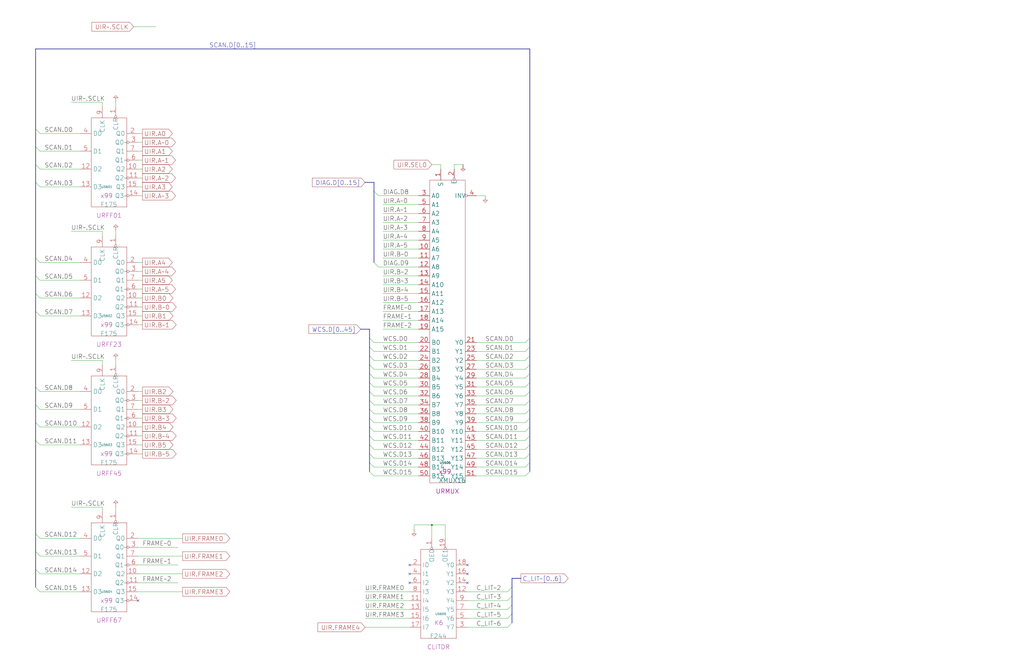
<source format=kicad_sch>
(kicad_sch (version 20211123) (generator eeschema)
  (paper "User" 584.2 378.46)
  (title_block (title "WRITABLE CONTROL STORE\\nMICRO INSTRUCTION REGISTER") (date "15-MAR-90") (rev "1.0") (comment 1 "TYPE") (comment 2 "232-003062") (comment 3 "S400") (comment 4 "RELEASED"))
  (lib_symbols
    (symbol "r1000:F175" (pin_names (offset 1.016))
      (property "Reference" "U" (at 2.54 5.08 0))
      (property "Value" "F175" (at -1.27 -5.08 0))
      (property "Location" "___" (at -1.27 0 0))
      (property "Name" "______" (at 3.81 -12.7 0))
      (symbol "F175_1_1"
        (rectangle (start -6.35 44.45) (end 13.97 -6.35))
        (circle (center 7.62 45.085) (radius 0.635))
        (circle (center 14.605 0) (radius 0.635))
        (circle (center 14.605 10.16) (radius 0.635))
        (circle (center 14.605 20.32) (radius 0.635))
        (circle (center 14.605 30.48) (radius 0.635))
        (pin input line (at 7.62 50.8 270) (length 5.08) (name "CLR") (number "1"))
        (pin output line (at 20.32 15.24 180) (length 6.35) (name "Q2") (number "10"))
        (pin output line (at 20.32 10.16 180) (length 5.08) (name "Q2~") (number "11"))
        (pin input line (at -12.7 15.24 0) (length 6.35) (name "D2") (number "12"))
        (pin input line (at -12.7 5.08 0) (length 6.35) (name "D3") (number "13"))
        (pin output line (at 20.32 0 180) (length 5.08) (name "Q3~") (number "14"))
        (pin output line (at 20.32 5.08 180) (length 6.35) (name "Q3") (number "15"))
        (pin output line (at 20.32 35.56 180) (length 6.35) (name "Q0") (number "2"))
        (pin output line (at 20.32 30.48 180) (length 5.08) (name "Q0~") (number "3"))
        (pin input line (at -12.7 35.56 0) (length 6.35) (name "D0") (number "4"))
        (pin input line (at -12.7 25.4 0) (length 6.35) (name "D1") (number "5"))
        (pin output line (at 20.32 20.32 180) (length 5.08) (name "Q1~") (number "6"))
        (pin output line (at 20.32 25.4 180) (length 6.35) (name "Q1") (number "7"))
        (pin input line (at 0 50.8 270) (length 6.35) (name "CLK") (number "9"))
      )
    )
    (symbol "r1000:F244" (pin_names (offset 1.016))
      (property "Reference" "U" (at 2.54 5.08 0))
      (property "Value" "F244" (at -3.81 -7.62 0))
      (property "Location" "___" (at -1.27 0 0))
      (property "Name" "______" (at 1.27 -15.24 0))
      (symbol "F244_1_1"
        (rectangle (start -8.89 41.91) (end 11.43 -8.89))
        (circle (center -2.54 42.545) (radius 0.635))
        (circle (center 5.08 42.545) (radius 0.635))
        (pin input line (at -2.54 48.26 270) (length 5.08) (name "OE0") (number "1"))
        (pin input line (at -15.24 12.7 0) (length 6.35) (name "I4") (number "11"))
        (pin tri_state line (at 17.78 17.78 180) (length 6.35) (name "Y3") (number "12"))
        (pin input line (at -15.24 7.62 0) (length 6.35) (name "I5") (number "13"))
        (pin tri_state line (at 17.78 22.86 180) (length 6.35) (name "Y2") (number "14"))
        (pin input line (at -15.24 2.54 0) (length 6.35) (name "I6") (number "15"))
        (pin tri_state line (at 17.78 27.94 180) (length 6.35) (name "Y1") (number "16"))
        (pin input line (at -15.24 -2.54 0) (length 6.35) (name "I7") (number "17"))
        (pin tri_state line (at 17.78 33.02 180) (length 6.35) (name "Y0") (number "18"))
        (pin input line (at 5.08 48.26 270) (length 5.08) (name "OE1") (number "19"))
        (pin input line (at -15.24 33.02 0) (length 6.35) (name "I0") (number "2"))
        (pin tri_state line (at 17.78 -2.54 180) (length 6.35) (name "Y7") (number "3"))
        (pin input line (at -15.24 27.94 0) (length 6.35) (name "I1") (number "4"))
        (pin tri_state line (at 17.78 2.54 180) (length 6.35) (name "Y6") (number "5"))
        (pin input line (at -15.24 22.86 0) (length 6.35) (name "I2") (number "6"))
        (pin tri_state line (at 17.78 7.62 180) (length 6.35) (name "Y5") (number "7"))
        (pin input line (at -15.24 17.78 0) (length 6.35) (name "I3") (number "8"))
        (pin tri_state line (at 17.78 12.7 180) (length 6.35) (name "Y4") (number "9"))
      )
    )
    (symbol "r1000:PD" (power) (pin_numbers hide) (pin_names hide) (in_bom no)
      (symbol "PD_0_1"
        (polyline (pts (xy 0 -2.54) (xy 1.27 -2.54) (xy 0 -3.81) (xy -1.27 -2.54) (xy 0 -2.54)) (stroke (width 0.1524)))
      )
      (symbol "PD_1_1"
        (pin power_in line (at 0 0 270) (length 2.54) (name "PD") (number "1"))
      )
    )
    (symbol "r1000:PU" (power) (pin_numbers hide) (pin_names hide)
      (symbol "PU_0_1"
        (polyline (pts (xy 0 2.54) (xy -1.27 2.54) (xy 0 3.81) (xy 1.27 2.54) (xy 0 2.54)) (stroke (width 0.1524)))
      )
      (symbol "PU_1_1"
        (pin power_in line (at 0 0 90) (length 2.54) (name "PU") (number "1"))
      )
    )
    (symbol "r1000:XMUX16" (pin_names (offset 1.016))
      (property "Reference" "U" (at 2.54 5.08 0))
      (property "Value" "XMUX16" (at -1.27 -5.08 0))
      (property "Location" "___" (at -1.27 0 0))
      (property "Name" "______" (at 3.81 -12.7 0))
      (symbol "XMUX16_1_1"
        (rectangle (start -6.35 166.37) (end 13.97 -6.35))
        (circle (center 7.62 167.005) (radius 0.635))
        (circle (center 14.605 157.48) (radius 0.635))
        (pin input line (at 0 172.72 270) (length 6.35) (name "S") (number "1"))
        (pin input line (at -12.7 127 0) (length 6.35) (name "A6") (number "10"))
        (pin input line (at -12.7 121.92 0) (length 6.35) (name "A7") (number "11"))
        (pin input line (at -12.7 116.84 0) (length 6.35) (name "A8") (number "12"))
        (pin input line (at -12.7 111.76 0) (length 6.35) (name "A9") (number "13"))
        (pin input line (at -12.7 106.68 0) (length 6.35) (name "A10") (number "14"))
        (pin input line (at -12.7 101.6 0) (length 6.35) (name "A11") (number "15"))
        (pin input line (at -12.7 96.52 0) (length 6.35) (name "A12") (number "16"))
        (pin input line (at -12.7 91.44 0) (length 6.35) (name "A13") (number "17"))
        (pin input line (at -12.7 86.36 0) (length 6.35) (name "A14") (number "18"))
        (pin input line (at -12.7 81.28 0) (length 6.35) (name "A15") (number "19"))
        (pin input line (at 7.62 172.72 270) (length 5.08) (name "E") (number "2"))
        (pin input line (at -12.7 73.66 0) (length 6.35) (name "B0") (number "20"))
        (pin output line (at 20.32 73.66 180) (length 6.35) (name "Y0") (number "21"))
        (pin input line (at -12.7 68.58 0) (length 6.35) (name "B1") (number "22"))
        (pin output line (at 20.32 68.58 180) (length 6.35) (name "Y1") (number "23"))
        (pin input line (at -12.7 63.5 0) (length 6.35) (name "B2") (number "24"))
        (pin output line (at 20.32 63.5 180) (length 6.35) (name "Y2") (number "25"))
        (pin input line (at -12.7 58.42 0) (length 6.35) (name "B3") (number "26"))
        (pin output line (at 20.32 58.42 180) (length 6.35) (name "Y3") (number "27"))
        (pin input line (at -12.7 53.34 0) (length 6.35) (name "B4") (number "28"))
        (pin output line (at 20.32 53.34 180) (length 6.35) (name "Y4") (number "29"))
        (pin input line (at -12.7 157.48 0) (length 6.35) (name "A0") (number "3"))
        (pin input line (at -12.7 48.26 0) (length 6.35) (name "B5") (number "30"))
        (pin output line (at 20.32 48.26 180) (length 6.35) (name "Y5") (number "31"))
        (pin input line (at -12.7 43.18 0) (length 6.35) (name "B6") (number "32"))
        (pin output line (at 20.32 43.18 180) (length 6.35) (name "Y6") (number "33"))
        (pin input line (at -12.7 38.1 0) (length 6.35) (name "B7") (number "34"))
        (pin output line (at 20.32 38.1 180) (length 6.35) (name "Y7") (number "35"))
        (pin input line (at -12.7 33.02 0) (length 6.35) (name "B8") (number "36"))
        (pin output line (at 20.32 33.02 180) (length 6.35) (name "Y8") (number "37"))
        (pin input line (at -12.7 27.94 0) (length 6.35) (name "B9") (number "38"))
        (pin output line (at 20.32 27.94 180) (length 6.35) (name "Y9") (number "39"))
        (pin input line (at 20.32 157.48 180) (length 5.08) (name "INV") (number "4"))
        (pin input line (at -12.7 22.86 0) (length 6.35) (name "B10") (number "40"))
        (pin output line (at 20.32 22.86 180) (length 6.35) (name "Y10") (number "41"))
        (pin input line (at -12.7 17.78 0) (length 6.35) (name "B11") (number "42"))
        (pin output line (at 20.32 17.78 180) (length 6.35) (name "Y11") (number "43"))
        (pin input line (at -12.7 12.7 0) (length 6.35) (name "B12") (number "44"))
        (pin output line (at 20.32 12.7 180) (length 6.35) (name "Y12") (number "45"))
        (pin input line (at -12.7 7.62 0) (length 6.35) (name "B13") (number "46"))
        (pin output line (at 20.32 7.62 180) (length 6.35) (name "Y13") (number "47"))
        (pin input line (at -12.7 2.54 0) (length 6.35) (name "B14") (number "48"))
        (pin output line (at 20.32 2.54 180) (length 6.35) (name "Y14") (number "49"))
        (pin input line (at -12.7 152.4 0) (length 6.35) (name "A1") (number "5"))
        (pin input line (at -12.7 -2.54 0) (length 6.35) (name "B15") (number "50"))
        (pin output line (at 20.32 -2.54 180) (length 6.35) (name "Y15") (number "51"))
        (pin input line (at -12.7 147.32 0) (length 6.35) (name "A2") (number "6"))
        (pin input line (at -12.7 142.24 0) (length 6.35) (name "A3") (number "7"))
        (pin input line (at -12.7 137.16 0) (length 6.35) (name "A4") (number "8"))
        (pin input line (at -12.7 132.08 0) (length 6.35) (name "A5") (number "9"))
      )
    )
  )
  (bus (pts (xy 20.32 104.14) (xy 20.32 147.32)))
  (bus (pts (xy 20.32 147.32) (xy 20.32 157.48)))
  (bus (pts (xy 20.32 157.48) (xy 20.32 167.64)))
  (bus (pts (xy 20.32 167.64) (xy 20.32 177.8)))
  (bus (pts (xy 20.32 177.8) (xy 20.32 220.98)))
  (bus (pts (xy 20.32 220.98) (xy 20.32 231.14)))
  (bus (pts (xy 20.32 231.14) (xy 20.32 241.3)))
  (bus (pts (xy 20.32 241.3) (xy 20.32 251.46)))
  (bus (pts (xy 20.32 251.46) (xy 20.32 304.8)))
  (bus (pts (xy 20.32 27.94) (xy 20.32 73.66)))
  (bus (pts (xy 20.32 27.94) (xy 302.26 27.94)))
  (bus (pts (xy 20.32 304.8) (xy 20.32 314.96)))
  (bus (pts (xy 20.32 314.96) (xy 20.32 325.12)))
  (bus (pts (xy 20.32 325.12) (xy 20.32 335.28)))
  (bus (pts (xy 20.32 73.66) (xy 20.32 83.82)))
  (bus (pts (xy 20.32 83.82) (xy 20.32 93.98)))
  (bus (pts (xy 20.32 93.98) (xy 20.32 104.14)))
  (bus (pts (xy 205.74 187.96) (xy 210.82 187.96)))
  (bus (pts (xy 208.28 104.14) (xy 213.36 104.14)))
  (bus (pts (xy 210.82 187.96) (xy 210.82 193.04)))
  (bus (pts (xy 210.82 193.04) (xy 210.82 198.12)))
  (bus (pts (xy 210.82 198.12) (xy 210.82 203.2)))
  (bus (pts (xy 210.82 203.2) (xy 210.82 208.28)))
  (bus (pts (xy 210.82 208.28) (xy 210.82 213.36)))
  (bus (pts (xy 210.82 213.36) (xy 210.82 218.44)))
  (bus (pts (xy 210.82 218.44) (xy 210.82 223.52)))
  (bus (pts (xy 210.82 223.52) (xy 210.82 228.6)))
  (bus (pts (xy 210.82 228.6) (xy 210.82 233.68)))
  (bus (pts (xy 210.82 233.68) (xy 210.82 238.76)))
  (bus (pts (xy 210.82 238.76) (xy 210.82 243.84)))
  (bus (pts (xy 210.82 243.84) (xy 210.82 248.92)))
  (bus (pts (xy 210.82 248.92) (xy 210.82 254)))
  (bus (pts (xy 210.82 254) (xy 210.82 259.08)))
  (bus (pts (xy 210.82 259.08) (xy 210.82 264.16)))
  (bus (pts (xy 210.82 264.16) (xy 210.82 269.24)))
  (bus (pts (xy 213.36 109.22) (xy 213.36 104.14)))
  (bus (pts (xy 213.36 109.22) (xy 213.36 149.86)))
  (bus (pts (xy 292.1 330.2) (xy 292.1 335.28)))
  (bus (pts (xy 292.1 330.2) (xy 297.18 330.2)))
  (bus (pts (xy 292.1 335.28) (xy 292.1 340.36)))
  (bus (pts (xy 292.1 340.36) (xy 292.1 345.44)))
  (bus (pts (xy 292.1 345.44) (xy 292.1 350.52)))
  (bus (pts (xy 292.1 350.52) (xy 292.1 355.6)))
  (bus (pts (xy 302.26 193.04) (xy 302.26 198.12)))
  (bus (pts (xy 302.26 198.12) (xy 302.26 203.2)))
  (bus (pts (xy 302.26 203.2) (xy 302.26 208.28)))
  (bus (pts (xy 302.26 208.28) (xy 302.26 213.36)))
  (bus (pts (xy 302.26 213.36) (xy 302.26 218.44)))
  (bus (pts (xy 302.26 218.44) (xy 302.26 223.52)))
  (bus (pts (xy 302.26 223.52) (xy 302.26 228.6)))
  (bus (pts (xy 302.26 228.6) (xy 302.26 233.68)))
  (bus (pts (xy 302.26 233.68) (xy 302.26 238.76)))
  (bus (pts (xy 302.26 238.76) (xy 302.26 243.84)))
  (bus (pts (xy 302.26 243.84) (xy 302.26 248.92)))
  (bus (pts (xy 302.26 248.92) (xy 302.26 254)))
  (bus (pts (xy 302.26 254) (xy 302.26 259.08)))
  (bus (pts (xy 302.26 259.08) (xy 302.26 264.16)))
  (bus (pts (xy 302.26 264.16) (xy 302.26 269.24)))
  (bus (pts (xy 302.26 27.94) (xy 302.26 193.04)))
  (wire (pts (xy 208.28 337.82) (xy 233.68 337.82)))
  (wire (pts (xy 208.28 342.9) (xy 233.68 342.9)))
  (wire (pts (xy 208.28 347.98) (xy 233.68 347.98)))
  (wire (pts (xy 208.28 353.06) (xy 233.68 353.06)))
  (wire (pts (xy 208.28 358.14) (xy 233.68 358.14)))
  (wire (pts (xy 213.36 195.58) (xy 238.76 195.58)))
  (wire (pts (xy 213.36 200.66) (xy 238.76 200.66)))
  (wire (pts (xy 213.36 205.74) (xy 238.76 205.74)))
  (wire (pts (xy 213.36 210.82) (xy 238.76 210.82)))
  (wire (pts (xy 213.36 215.9) (xy 238.76 215.9)))
  (wire (pts (xy 213.36 220.98) (xy 238.76 220.98)))
  (wire (pts (xy 213.36 226.06) (xy 238.76 226.06)))
  (wire (pts (xy 213.36 231.14) (xy 238.76 231.14)))
  (wire (pts (xy 213.36 236.22) (xy 238.76 236.22)))
  (wire (pts (xy 213.36 241.3) (xy 238.76 241.3)))
  (wire (pts (xy 213.36 246.38) (xy 238.76 246.38)))
  (wire (pts (xy 213.36 251.46) (xy 238.76 251.46)))
  (wire (pts (xy 213.36 256.54) (xy 238.76 256.54)))
  (wire (pts (xy 213.36 261.62) (xy 238.76 261.62)))
  (wire (pts (xy 213.36 266.7) (xy 238.76 266.7)))
  (wire (pts (xy 213.36 271.78) (xy 238.76 271.78)))
  (wire (pts (xy 215.9 111.76) (xy 238.76 111.76)))
  (wire (pts (xy 215.9 152.4) (xy 238.76 152.4)))
  (wire (pts (xy 218.44 116.84) (xy 238.76 116.84)))
  (wire (pts (xy 218.44 121.92) (xy 238.76 121.92)))
  (wire (pts (xy 218.44 127) (xy 238.76 127)))
  (wire (pts (xy 218.44 132.08) (xy 238.76 132.08)))
  (wire (pts (xy 218.44 137.16) (xy 238.76 137.16)))
  (wire (pts (xy 218.44 142.24) (xy 238.76 142.24)))
  (wire (pts (xy 218.44 147.32) (xy 238.76 147.32)))
  (wire (pts (xy 218.44 157.48) (xy 238.76 157.48)))
  (wire (pts (xy 218.44 162.56) (xy 238.76 162.56)))
  (wire (pts (xy 218.44 167.64) (xy 238.76 167.64)))
  (wire (pts (xy 218.44 172.72) (xy 238.76 172.72)))
  (wire (pts (xy 218.44 177.8) (xy 238.76 177.8)))
  (wire (pts (xy 218.44 182.88) (xy 238.76 182.88)))
  (wire (pts (xy 218.44 187.96) (xy 238.76 187.96)))
  (wire (pts (xy 22.86 106.68) (xy 45.72 106.68)))
  (wire (pts (xy 22.86 149.86) (xy 45.72 149.86)))
  (wire (pts (xy 22.86 160.02) (xy 45.72 160.02)))
  (wire (pts (xy 22.86 170.18) (xy 45.72 170.18)))
  (wire (pts (xy 22.86 180.34) (xy 45.72 180.34)))
  (wire (pts (xy 22.86 223.52) (xy 45.72 223.52)))
  (wire (pts (xy 22.86 233.68) (xy 45.72 233.68)))
  (wire (pts (xy 22.86 243.84) (xy 45.72 243.84)))
  (wire (pts (xy 22.86 254) (xy 45.72 254)))
  (wire (pts (xy 22.86 307.34) (xy 45.72 307.34)))
  (wire (pts (xy 22.86 317.5) (xy 45.72 317.5)))
  (wire (pts (xy 22.86 327.66) (xy 45.72 327.66)))
  (wire (pts (xy 22.86 337.82) (xy 45.72 337.82)))
  (wire (pts (xy 22.86 76.2) (xy 45.72 76.2)))
  (wire (pts (xy 22.86 86.36) (xy 45.72 86.36)))
  (wire (pts (xy 22.86 96.52) (xy 45.72 96.52)))
  (wire (pts (xy 236.22 299.72) (xy 246.38 299.72)))
  (wire (pts (xy 236.22 302.26) (xy 236.22 299.72)))
  (wire (pts (xy 246.38 299.72) (xy 246.38 307.34)))
  (wire (pts (xy 246.38 299.72) (xy 254 299.72)))
  (wire (pts (xy 246.38 93.98) (xy 251.46 93.98)))
  (wire (pts (xy 251.46 93.98) (xy 251.46 96.52)))
  (wire (pts (xy 254 299.72) (xy 254 307.34)))
  (wire (pts (xy 259.08 93.98) (xy 264.16 93.98)))
  (wire (pts (xy 259.08 96.52) (xy 259.08 93.98)))
  (wire (pts (xy 266.7 337.82) (xy 289.56 337.82)))
  (wire (pts (xy 266.7 342.9) (xy 289.56 342.9)))
  (wire (pts (xy 266.7 347.98) (xy 289.56 347.98)))
  (wire (pts (xy 266.7 353.06) (xy 289.56 353.06)))
  (wire (pts (xy 266.7 358.14) (xy 289.56 358.14)))
  (wire (pts (xy 271.78 111.76) (xy 276.86 111.76)))
  (wire (pts (xy 271.78 195.58) (xy 299.72 195.58)))
  (wire (pts (xy 271.78 200.66) (xy 299.72 200.66)))
  (wire (pts (xy 271.78 205.74) (xy 299.72 205.74)))
  (wire (pts (xy 271.78 210.82) (xy 299.72 210.82)))
  (wire (pts (xy 271.78 215.9) (xy 299.72 215.9)))
  (wire (pts (xy 271.78 220.98) (xy 299.72 220.98)))
  (wire (pts (xy 271.78 226.06) (xy 299.72 226.06)))
  (wire (pts (xy 271.78 231.14) (xy 299.72 231.14)))
  (wire (pts (xy 271.78 236.22) (xy 299.72 236.22)))
  (wire (pts (xy 271.78 241.3) (xy 299.72 241.3)))
  (wire (pts (xy 271.78 246.38) (xy 299.72 246.38)))
  (wire (pts (xy 271.78 251.46) (xy 299.72 251.46)))
  (wire (pts (xy 271.78 256.54) (xy 299.72 256.54)))
  (wire (pts (xy 271.78 261.62) (xy 299.72 261.62)))
  (wire (pts (xy 271.78 266.7) (xy 299.72 266.7)))
  (wire (pts (xy 271.78 271.78) (xy 299.72 271.78)))
  (wire (pts (xy 40.64 132.08) (xy 58.42 132.08)))
  (wire (pts (xy 40.64 205.74) (xy 58.42 205.74)))
  (wire (pts (xy 40.64 289.56) (xy 58.42 289.56)))
  (wire (pts (xy 40.64 58.42) (xy 58.42 58.42)))
  (wire (pts (xy 58.42 132.08) (xy 58.42 134.62)))
  (wire (pts (xy 58.42 205.74) (xy 58.42 208.28)))
  (wire (pts (xy 58.42 289.56) (xy 58.42 292.1)))
  (wire (pts (xy 58.42 58.42) (xy 58.42 60.96)))
  (wire (pts (xy 66.04 132.08) (xy 66.04 134.62)))
  (wire (pts (xy 66.04 205.74) (xy 66.04 208.28)))
  (wire (pts (xy 66.04 289.56) (xy 66.04 292.1)))
  (wire (pts (xy 66.04 58.42) (xy 66.04 60.96)))
  (wire (pts (xy 76.2 15.24) (xy 88.9 15.24)))
  (wire (pts (xy 78.74 101.6) (xy 81.28 101.6)))
  (wire (pts (xy 78.74 106.68) (xy 81.28 106.68)))
  (wire (pts (xy 78.74 111.76) (xy 81.28 111.76)))
  (wire (pts (xy 78.74 149.86) (xy 81.28 149.86)))
  (wire (pts (xy 78.74 154.94) (xy 81.28 154.94)))
  (wire (pts (xy 78.74 160.02) (xy 81.28 160.02)))
  (wire (pts (xy 78.74 165.1) (xy 81.28 165.1)))
  (wire (pts (xy 78.74 170.18) (xy 81.28 170.18)))
  (wire (pts (xy 78.74 175.26) (xy 81.28 175.26)))
  (wire (pts (xy 78.74 180.34) (xy 81.28 180.34)))
  (wire (pts (xy 78.74 185.42) (xy 81.28 185.42)))
  (wire (pts (xy 78.74 223.52) (xy 81.28 223.52)))
  (wire (pts (xy 78.74 228.6) (xy 81.28 228.6)))
  (wire (pts (xy 78.74 233.68) (xy 81.28 233.68)))
  (wire (pts (xy 78.74 238.76) (xy 81.28 238.76)))
  (wire (pts (xy 78.74 243.84) (xy 81.28 243.84)))
  (wire (pts (xy 78.74 248.92) (xy 81.28 248.92)))
  (wire (pts (xy 78.74 254) (xy 81.28 254)))
  (wire (pts (xy 78.74 259.08) (xy 81.28 259.08)))
  (wire (pts (xy 78.74 307.34) (xy 104.14 307.34)))
  (wire (pts (xy 78.74 312.42) (xy 101.6 312.42)))
  (wire (pts (xy 78.74 317.5) (xy 104.14 317.5)))
  (wire (pts (xy 78.74 322.58) (xy 101.6 322.58)))
  (wire (pts (xy 78.74 327.66) (xy 104.14 327.66)))
  (wire (pts (xy 78.74 332.74) (xy 101.6 332.74)))
  (wire (pts (xy 78.74 337.82) (xy 104.14 337.82)))
  (wire (pts (xy 78.74 76.2) (xy 81.28 76.2)))
  (wire (pts (xy 78.74 81.28) (xy 81.28 81.28)))
  (wire (pts (xy 78.74 86.36) (xy 81.28 86.36)))
  (wire (pts (xy 78.74 91.44) (xy 81.28 91.44)))
  (wire (pts (xy 78.74 96.52) (xy 81.28 96.52)))
  (bus_entry (at 20.32 73.66) (size 2.54 2.54))
  (bus_entry (at 20.32 83.82) (size 2.54 2.54))
  (bus_entry (at 20.32 93.98) (size 2.54 2.54))
  (bus_entry (at 20.32 104.14) (size 2.54 2.54))
  (bus_entry (at 20.32 147.32) (size 2.54 2.54))
  (bus_entry (at 20.32 157.48) (size 2.54 2.54))
  (bus_entry (at 20.32 167.64) (size 2.54 2.54))
  (bus_entry (at 20.32 177.8) (size 2.54 2.54))
  (bus_entry (at 20.32 220.98) (size 2.54 2.54))
  (bus_entry (at 20.32 231.14) (size 2.54 2.54))
  (bus_entry (at 20.32 241.3) (size 2.54 2.54))
  (bus_entry (at 20.32 251.46) (size 2.54 2.54))
  (bus_entry (at 20.32 304.8) (size 2.54 2.54))
  (bus_entry (at 20.32 314.96) (size 2.54 2.54))
  (bus_entry (at 20.32 325.12) (size 2.54 2.54))
  (bus_entry (at 20.32 335.28) (size 2.54 2.54))
  (label "SCAN.D0" (at 25.4 76.2 0) (effects (font (size 2.54 2.54))))
  (label "SCAN.D1" (at 25.4 86.36 0) (effects (font (size 2.54 2.54))))
  (label "SCAN.D2" (at 25.4 96.52 0) (effects (font (size 2.54 2.54))))
  (label "SCAN.D3" (at 25.4 106.68 0) (effects (font (size 2.54 2.54))))
  (label "SCAN.D4" (at 25.4 149.86 0) (effects (font (size 2.54 2.54))))
  (label "SCAN.D5" (at 25.4 160.02 0) (effects (font (size 2.54 2.54))))
  (label "SCAN.D6" (at 25.4 170.18 0) (effects (font (size 2.54 2.54))))
  (label "SCAN.D7" (at 25.4 180.34 0) (effects (font (size 2.54 2.54))))
  (label "SCAN.D8" (at 25.4 223.52 0) (effects (font (size 2.54 2.54))))
  (label "SCAN.D9" (at 25.4 233.68 0) (effects (font (size 2.54 2.54))))
  (label "SCAN.D10" (at 25.4 243.84 0) (effects (font (size 2.54 2.54))))
  (label "SCAN.D11" (at 25.4 254 0) (effects (font (size 2.54 2.54))))
  (label "SCAN.D12" (at 25.4 307.34 0) (effects (font (size 2.54 2.54))))
  (label "SCAN.D13" (at 25.4 317.5 0) (effects (font (size 2.54 2.54))))
  (label "SCAN.D14" (at 25.4 327.66 0) (effects (font (size 2.54 2.54))))
  (label "SCAN.D15" (at 25.4 337.82 0) (effects (font (size 2.54 2.54))))
  (label "UIR~.SCLK" (at 40.64 58.42 0) (effects (font (size 2.54 2.54))))
  (label "UIR~.SCLK" (at 40.64 132.08 0) (effects (font (size 2.54 2.54))))
  (label "UIR~.SCLK" (at 40.64 205.74 0) (effects (font (size 2.54 2.54))))
  (label "UIR~.SCLK" (at 40.64 289.56 0) (effects (font (size 2.54 2.54))))
  (symbol (lib_id "r1000:F175") (at 58.42 111.76 0) (unit 1)
    (property "Reference" "U5601" (at 60.96 106.68 0))
    (property "Value" "F175" (at 57.15 116.84 0) (effects (font (size 2.54 2.54)) (justify left)))
    (property "Location" "x99" (at 57.15 111.76 0) (effects (font (size 2.54 2.54)) (justify left)))
    (property "Name" "URFF01" (at 62.23 124.46 0) (effects (font (size 2.54 2.54)) (justify bottom)))
  )
  (symbol (lib_id "r1000:F175") (at 58.42 185.42 0) (unit 1)
    (property "Reference" "U5602" (at 60.96 180.34 0))
    (property "Value" "F175" (at 57.15 190.5 0) (effects (font (size 2.54 2.54)) (justify left)))
    (property "Location" "x99" (at 57.15 185.42 0) (effects (font (size 2.54 2.54)) (justify left)))
    (property "Name" "URFF23" (at 62.23 198.12 0) (effects (font (size 2.54 2.54)) (justify bottom)))
  )
  (symbol (lib_id "r1000:F175") (at 58.42 259.08 0) (unit 1)
    (property "Reference" "U5603" (at 60.96 254 0))
    (property "Value" "F175" (at 57.15 264.16 0) (effects (font (size 2.54 2.54)) (justify left)))
    (property "Location" "x99" (at 57.15 259.08 0) (effects (font (size 2.54 2.54)) (justify left)))
    (property "Name" "URFF45" (at 62.23 271.78 0) (effects (font (size 2.54 2.54)) (justify bottom)))
  )
  (symbol (lib_id "r1000:F175") (at 58.42 342.9 0) (unit 1)
    (property "Reference" "U5604" (at 60.96 337.82 0))
    (property "Value" "F175" (at 57.15 347.98 0) (effects (font (size 2.54 2.54)) (justify left)))
    (property "Location" "x99" (at 57.15 342.9 0) (effects (font (size 2.54 2.54)) (justify left)))
    (property "Name" "URFF67" (at 62.23 355.6 0) (effects (font (size 2.54 2.54)) (justify bottom)))
  )
  (symbol (lib_id "r1000:PU") (at 66.04 58.42 0) (unit 1)
    (property "Reference" "#PWR05601" (effects hide))
    (property "Value" "PU" (effects hide))
  )
  (symbol (lib_id "r1000:PU") (at 66.04 132.08 0) (unit 1)
    (property "Reference" "#PWR05602" (effects hide))
    (property "Value" "PU" (effects hide))
  )
  (symbol (lib_id "r1000:PU") (at 66.04 205.74 0) (unit 1)
    (property "Reference" "#PWR05603" (effects hide))
    (property "Value" "PU" (effects hide))
  )
  (symbol (lib_id "r1000:PU") (at 66.04 289.56 0) (unit 1)
    (property "Reference" "#PWR05604" (effects hide))
    (property "Value" "PU" (effects hide))
  )
  (global_label "UIR~.SCLK" (shape input) (at 76.2 15.24 180) (effects (font (size 2.54 2.54))) (property "Intersheet References" "${INTERSHEET_REFS}" (at 52.3845 15.0813 0) (effects (font (size 2.54 2.54)) (justify right))))
  (no_connect (at 78.74 342.9))
  (global_label "UIR.A0" (shape output) (at 81.28 76.2 0) (effects (font (size 2.54 2.54))) (property "Intersheet References" "${INTERSHEET_REFS}" (at 98.3222 76.0413 0) (effects (font (size 2.54 2.54)) (justify left))))
  (global_label "UIR.A~0" (shape output) (at 81.28 81.28 0) (effects (font (size 2.54 2.54))) (property "Intersheet References" "${INTERSHEET_REFS}" (at 100.1365 81.1213 0) (effects (font (size 2.54 2.54)) (justify left))))
  (global_label "UIR.A1" (shape output) (at 81.28 86.36 0) (effects (font (size 2.54 2.54))) (property "Intersheet References" "${INTERSHEET_REFS}" (at 98.3222 86.2013 0) (effects (font (size 2.54 2.54)) (justify left))))
  (global_label "UIR.A~1" (shape output) (at 81.28 91.44 0) (effects (font (size 2.54 2.54))) (property "Intersheet References" "${INTERSHEET_REFS}" (at 100.1365 91.2813 0) (effects (font (size 2.54 2.54)) (justify left))))
  (global_label "UIR.A2" (shape output) (at 81.28 96.52 0) (effects (font (size 2.54 2.54))) (property "Intersheet References" "${INTERSHEET_REFS}" (at 98.3222 96.3613 0) (effects (font (size 2.54 2.54)) (justify left))))
  (global_label "UIR.A~2" (shape output) (at 81.28 101.6 0) (effects (font (size 2.54 2.54))) (property "Intersheet References" "${INTERSHEET_REFS}" (at 100.1365 101.4413 0) (effects (font (size 2.54 2.54)) (justify left))))
  (global_label "UIR.A3" (shape output) (at 81.28 106.68 0) (effects (font (size 2.54 2.54))) (property "Intersheet References" "${INTERSHEET_REFS}" (at 98.3222 106.5213 0) (effects (font (size 2.54 2.54)) (justify left))))
  (global_label "UIR.A~3" (shape output) (at 81.28 111.76 0) (effects (font (size 2.54 2.54))) (property "Intersheet References" "${INTERSHEET_REFS}" (at 100.1365 111.6013 0) (effects (font (size 2.54 2.54)) (justify left))))
  (global_label "UIR.A4" (shape output) (at 81.28 149.86 0) (effects (font (size 2.54 2.54))) (property "Intersheet References" "${INTERSHEET_REFS}" (at 98.3222 149.7013 0) (effects (font (size 2.54 2.54)) (justify left))))
  (global_label "UIR.A~4" (shape output) (at 81.28 154.94 0) (effects (font (size 2.54 2.54))) (property "Intersheet References" "${INTERSHEET_REFS}" (at 100.1365 154.7813 0) (effects (font (size 2.54 2.54)) (justify left))))
  (global_label "UIR.A5" (shape output) (at 81.28 160.02 0) (effects (font (size 2.54 2.54))) (property "Intersheet References" "${INTERSHEET_REFS}" (at 98.3222 159.8613 0) (effects (font (size 2.54 2.54)) (justify left))))
  (global_label "UIR.A~5" (shape output) (at 81.28 165.1 0) (effects (font (size 2.54 2.54))) (property "Intersheet References" "${INTERSHEET_REFS}" (at 100.1365 164.9413 0) (effects (font (size 2.54 2.54)) (justify left))))
  (global_label "UIR.B0" (shape output) (at 81.28 170.18 0) (effects (font (size 2.54 2.54))) (property "Intersheet References" "${INTERSHEET_REFS}" (at 98.685 170.0213 0) (effects (font (size 2.54 2.54)) (justify left))))
  (global_label "UIR.B~0" (shape output) (at 81.28 175.26 0) (effects (font (size 2.54 2.54))) (property "Intersheet References" "${INTERSHEET_REFS}" (at 100.4993 175.1013 0) (effects (font (size 2.54 2.54)) (justify left))))
  (global_label "UIR.B1" (shape output) (at 81.28 180.34 0) (effects (font (size 2.54 2.54))) (property "Intersheet References" "${INTERSHEET_REFS}" (at 98.685 180.1813 0) (effects (font (size 2.54 2.54)) (justify left))))
  (global_label "UIR.B~1" (shape output) (at 81.28 185.42 0) (effects (font (size 2.54 2.54))) (property "Intersheet References" "${INTERSHEET_REFS}" (at 100.4993 185.2613 0) (effects (font (size 2.54 2.54)) (justify left))))
  (global_label "UIR.B2" (shape output) (at 81.28 223.52 0) (effects (font (size 2.54 2.54))) (property "Intersheet References" "${INTERSHEET_REFS}" (at 98.685 223.3613 0) (effects (font (size 2.54 2.54)) (justify left))))
  (global_label "UIR.B~2" (shape output) (at 81.28 228.6 0) (effects (font (size 2.54 2.54))) (property "Intersheet References" "${INTERSHEET_REFS}" (at 100.4993 228.4413 0) (effects (font (size 2.54 2.54)) (justify left))))
  (global_label "UIR.B3" (shape output) (at 81.28 233.68 0) (effects (font (size 2.54 2.54))) (property "Intersheet References" "${INTERSHEET_REFS}" (at 98.685 233.5213 0) (effects (font (size 2.54 2.54)) (justify left))))
  (global_label "UIR.B~3" (shape output) (at 81.28 238.76 0) (effects (font (size 2.54 2.54))) (property "Intersheet References" "${INTERSHEET_REFS}" (at 100.4993 238.6013 0) (effects (font (size 2.54 2.54)) (justify left))))
  (global_label "UIR.B4" (shape output) (at 81.28 243.84 0) (effects (font (size 2.54 2.54))) (property "Intersheet References" "${INTERSHEET_REFS}" (at 98.685 243.6813 0) (effects (font (size 2.54 2.54)) (justify left))))
  (global_label "UIR.B~4" (shape output) (at 81.28 248.92 0) (effects (font (size 2.54 2.54))) (property "Intersheet References" "${INTERSHEET_REFS}" (at 100.4993 248.7613 0) (effects (font (size 2.54 2.54)) (justify left))))
  (global_label "UIR.B5" (shape output) (at 81.28 254 0) (effects (font (size 2.54 2.54))) (property "Intersheet References" "${INTERSHEET_REFS}" (at 98.685 253.8413 0) (effects (font (size 2.54 2.54)) (justify left))))
  (global_label "UIR.B~5" (shape output) (at 81.28 259.08 0) (effects (font (size 2.54 2.54))) (property "Intersheet References" "${INTERSHEET_REFS}" (at 100.4993 258.9213 0) (effects (font (size 2.54 2.54)) (justify left))))
  (label "FRAME~0" (at 81.28 312.42 0) (effects (font (size 2.54 2.54))))
  (label "FRAME~1" (at 81.28 322.58 0) (effects (font (size 2.54 2.54))))
  (label "FRAME~2" (at 81.28 332.74 0) (effects (font (size 2.54 2.54))))
  (global_label "UIR.FRAME0" (shape output) (at 104.14 307.34 0) (effects (font (size 2.54 2.54))) (property "Intersheet References" "${INTERSHEET_REFS}" (at 131.1003 307.1813 0) (effects (font (size 2.54 2.54)) (justify left))))
  (global_label "UIR.FRAME1" (shape output) (at 104.14 317.5 0) (effects (font (size 2.54 2.54))) (property "Intersheet References" "${INTERSHEET_REFS}" (at 131.1003 317.3413 0) (effects (font (size 2.54 2.54)) (justify left))))
  (global_label "UIR.FRAME2" (shape output) (at 104.14 327.66 0) (effects (font (size 2.54 2.54))) (property "Intersheet References" "${INTERSHEET_REFS}" (at 131.1003 327.5013 0) (effects (font (size 2.54 2.54)) (justify left))))
  (global_label "UIR.FRAME3" (shape output) (at 104.14 337.82 0) (effects (font (size 2.54 2.54))) (property "Intersheet References" "${INTERSHEET_REFS}" (at 131.1003 337.6613 0) (effects (font (size 2.54 2.54)) (justify left))))
  (label "SCAN.D[0..15]" (at 119.38 27.94 0) (effects (font (size 2.54 2.54))))
  (global_label "WCS.D[0..45]" (shape input) (at 205.74 187.96 180) (effects (font (size 2.54 2.54))) (property "Intersheet References" "${INTERSHEET_REFS}" (at 176.2397 187.8013 0) (effects (font (size 2.54 2.54)) (justify right))))
  (global_label "DIAG.D[0..15]" (shape input) (at 208.28 104.14 180) (effects (font (size 2.54 2.54))) (property "Intersheet References" "${INTERSHEET_REFS}" (at 178.175 103.9813 0) (effects (font (size 2.54 2.54)) (justify right))))
  (label "UIR.FRAME0" (at 208.28 337.82 0) (effects (font (size 2.54 2.54))))
  (label "UIR.FRAME1" (at 208.28 342.9 0) (effects (font (size 2.54 2.54))))
  (label "UIR.FRAME2" (at 208.28 347.98 0) (effects (font (size 2.54 2.54))))
  (label "UIR.FRAME3" (at 208.28 353.06 0) (effects (font (size 2.54 2.54))))
  (global_label "UIR.FRAME4" (shape input) (at 208.28 358.14 180) (effects (font (size 2.54 2.54))) (property "Intersheet References" "${INTERSHEET_REFS}" (at 181.3197 357.9813 0) (effects (font (size 2.54 2.54)) (justify right))))
  (bus_entry (at 210.82 193.04) (size 2.54 2.54))
  (bus_entry (at 210.82 198.12) (size 2.54 2.54))
  (bus_entry (at 210.82 203.2) (size 2.54 2.54))
  (bus_entry (at 210.82 208.28) (size 2.54 2.54))
  (bus_entry (at 210.82 213.36) (size 2.54 2.54))
  (bus_entry (at 210.82 218.44) (size 2.54 2.54))
  (bus_entry (at 210.82 223.52) (size 2.54 2.54))
  (bus_entry (at 210.82 228.6) (size 2.54 2.54))
  (bus_entry (at 210.82 233.68) (size 2.54 2.54))
  (bus_entry (at 210.82 238.76) (size 2.54 2.54))
  (bus_entry (at 210.82 243.84) (size 2.54 2.54))
  (bus_entry (at 210.82 248.92) (size 2.54 2.54))
  (bus_entry (at 210.82 254) (size 2.54 2.54))
  (bus_entry (at 210.82 259.08) (size 2.54 2.54))
  (bus_entry (at 210.82 264.16) (size 2.54 2.54))
  (bus_entry (at 210.82 269.24) (size 2.54 2.54))
  (bus_entry (at 213.36 109.22) (size 2.54 2.54))
  (bus_entry (at 213.36 149.86) (size 2.54 2.54))
  (label "DIAG.D8" (at 218.44 111.76 0) (effects (font (size 2.54 2.54))))
  (label "UIR.A~0" (at 218.44 116.84 0) (effects (font (size 2.54 2.54))))
  (label "UIR.A~1" (at 218.44 121.92 0) (effects (font (size 2.54 2.54))))
  (label "UIR.A~2" (at 218.44 127 0) (effects (font (size 2.54 2.54))))
  (label "UIR.A~3" (at 218.44 132.08 0) (effects (font (size 2.54 2.54))))
  (label "UIR.A~4" (at 218.44 137.16 0) (effects (font (size 2.54 2.54))))
  (label "UIR.A~5" (at 218.44 142.24 0) (effects (font (size 2.54 2.54))))
  (label "UIR.B~0" (at 218.44 147.32 0) (effects (font (size 2.54 2.54))))
  (label "DIAG.D9" (at 218.44 152.4 0) (effects (font (size 2.54 2.54))))
  (label "UIR.B~2" (at 218.44 157.48 0) (effects (font (size 2.54 2.54))))
  (label "UIR.B~3" (at 218.44 162.56 0) (effects (font (size 2.54 2.54))))
  (label "UIR.B~4" (at 218.44 167.64 0) (effects (font (size 2.54 2.54))))
  (label "UIR.B~5" (at 218.44 172.72 0) (effects (font (size 2.54 2.54))))
  (label "FRAME~0" (at 218.44 177.8 0) (effects (font (size 2.54 2.54))))
  (label "FRAME~1" (at 218.44 182.88 0) (effects (font (size 2.54 2.54))))
  (label "FRAME~2" (at 218.44 187.96 0) (effects (font (size 2.54 2.54))))
  (label "WCS.D0" (at 218.44 195.58 0) (effects (font (size 2.54 2.54))))
  (label "WCS.D1" (at 218.44 200.66 0) (effects (font (size 2.54 2.54))))
  (label "WCS.D2" (at 218.44 205.74 0) (effects (font (size 2.54 2.54))))
  (label "WCS.D3" (at 218.44 210.82 0) (effects (font (size 2.54 2.54))))
  (label "WCS.D4" (at 218.44 215.9 0) (effects (font (size 2.54 2.54))))
  (label "WCS.D5" (at 218.44 220.98 0) (effects (font (size 2.54 2.54))))
  (label "WCS.D6" (at 218.44 226.06 0) (effects (font (size 2.54 2.54))))
  (label "WCS.D7" (at 218.44 231.14 0) (effects (font (size 2.54 2.54))))
  (label "WCS.D8" (at 218.44 236.22 0) (effects (font (size 2.54 2.54))))
  (label "WCS.D9" (at 218.44 241.3 0) (effects (font (size 2.54 2.54))))
  (label "WCS.D10" (at 218.44 246.38 0) (effects (font (size 2.54 2.54))))
  (label "WCS.D11" (at 218.44 251.46 0) (effects (font (size 2.54 2.54))))
  (label "WCS.D12" (at 218.44 256.54 0) (effects (font (size 2.54 2.54))))
  (label "WCS.D13" (at 218.44 261.62 0) (effects (font (size 2.54 2.54))))
  (label "WCS.D14" (at 218.44 266.7 0) (effects (font (size 2.54 2.54))))
  (label "WCS.D15" (at 218.44 271.78 0) (effects (font (size 2.54 2.54))))
  (no_connect (at 233.68 322.58))
  (no_connect (at 233.68 327.66))
  (no_connect (at 233.68 332.74))
  (symbol (lib_id "r1000:PD") (at 236.22 302.26 0) (unit 1) (in_bom no)
    (property "Reference" "#PWR05605" (effects hide))
    (property "Value" "PD" (effects hide))
  )
  (global_label "UIR.SEL0" (shape input) (at 246.38 93.98 180) (effects (font (size 2.54 2.54))) (property "Intersheet References" "${INTERSHEET_REFS}" (at 224.7416 93.8213 0) (effects (font (size 2.54 2.54)) (justify right))))
  (junction (at 246.38 299.72))
  (symbol (lib_id "r1000:F244") (at 248.92 355.6 0) (unit 1)
    (property "Reference" "U5605" (at 251.46 350.52 0))
    (property "Value" "F244" (at 245.11 363.22 0) (effects (font (size 2.54 2.54)) (justify left)))
    (property "Location" "K6" (at 247.65 355.6 0) (effects (font (size 2.54 2.54)) (justify left)))
    (property "Name" "CLITDR" (at 250.19 370.84 0) (effects (font (size 2.54 2.54)) (justify bottom)))
  )
  (symbol (lib_id "r1000:XMUX16") (at 251.46 269.24 0) (unit 1)
    (property "Reference" "U5606" (at 254 264.16 0))
    (property "Value" "XMUX16" (at 250.19 274.32 0) (effects (font (size 2.54 2.54)) (justify left)))
    (property "Location" "x99" (at 250.19 269.24 0) (effects (font (size 2.54 2.54)) (justify left)))
    (property "Name" "URMUX" (at 255.27 281.94 0) (effects (font (size 2.54 2.54)) (justify bottom)))
  )
  (symbol (lib_id "r1000:PD") (at 264.16 93.98 0) (unit 1) (in_bom no)
    (property "Reference" "#PWR05606" (effects hide))
    (property "Value" "PD" (effects hide))
  )
  (no_connect (at 266.7 322.58))
  (no_connect (at 266.7 327.66))
  (no_connect (at 266.7 332.74))
  (label "C_LIT~2" (at 271.78 337.82 0) (effects (font (size 2.54 2.54))))
  (label "C_LIT~3" (at 271.78 342.9 0) (effects (font (size 2.54 2.54))))
  (label "C_LIT~4" (at 271.78 347.98 0) (effects (font (size 2.54 2.54))))
  (label "C_LIT~5" (at 271.78 353.06 0) (effects (font (size 2.54 2.54))))
  (label "C_LIT~6" (at 271.78 358.14 0) (effects (font (size 2.54 2.54))))
  (symbol (lib_id "r1000:PD") (at 276.86 111.76 0) (unit 1) (in_bom no)
    (property "Reference" "#PWR05607" (effects hide))
    (property "Value" "PD" (effects hide))
  )
  (label "SCAN.D0" (at 276.86 195.58 0) (effects (font (size 2.54 2.54))))
  (label "SCAN.D1" (at 276.86 200.66 0) (effects (font (size 2.54 2.54))))
  (label "SCAN.D2" (at 276.86 205.74 0) (effects (font (size 2.54 2.54))))
  (label "SCAN.D3" (at 276.86 210.82 0) (effects (font (size 2.54 2.54))))
  (label "SCAN.D4" (at 276.86 215.9 0) (effects (font (size 2.54 2.54))))
  (label "SCAN.D5" (at 276.86 220.98 0) (effects (font (size 2.54 2.54))))
  (label "SCAN.D6" (at 276.86 226.06 0) (effects (font (size 2.54 2.54))))
  (label "SCAN.D7" (at 276.86 231.14 0) (effects (font (size 2.54 2.54))))
  (label "SCAN.D8" (at 276.86 236.22 0) (effects (font (size 2.54 2.54))))
  (label "SCAN.D9" (at 276.86 241.3 0) (effects (font (size 2.54 2.54))))
  (label "SCAN.D10" (at 276.86 246.38 0) (effects (font (size 2.54 2.54))))
  (label "SCAN.D11" (at 276.86 251.46 0) (effects (font (size 2.54 2.54))))
  (label "SCAN.D12" (at 276.86 256.54 0) (effects (font (size 2.54 2.54))))
  (label "SCAN.D13" (at 276.86 261.62 0) (effects (font (size 2.54 2.54))))
  (label "SCAN.D14" (at 276.86 266.7 0) (effects (font (size 2.54 2.54))))
  (label "SCAN.D15" (at 276.86 271.78 0) (effects (font (size 2.54 2.54))))
  (bus_entry (at 292.1 335.28) (size -2.54 2.54))
  (bus_entry (at 292.1 340.36) (size -2.54 2.54))
  (bus_entry (at 292.1 345.44) (size -2.54 2.54))
  (bus_entry (at 292.1 350.52) (size -2.54 2.54))
  (bus_entry (at 292.1 355.6) (size -2.54 2.54))
  (global_label "C_LIT~[0..6]" (shape output) (at 297.18 330.2 0) (effects (font (size 2.54 2.54))) (property "Intersheet References" "${INTERSHEET_REFS}" (at 324.1403 330.0413 0) (effects (font (size 2.54 2.54)) (justify left))))
  (bus_entry (at 302.26 193.04) (size -2.54 2.54))
  (bus_entry (at 302.26 198.12) (size -2.54 2.54))
  (bus_entry (at 302.26 203.2) (size -2.54 2.54))
  (bus_entry (at 302.26 208.28) (size -2.54 2.54))
  (bus_entry (at 302.26 213.36) (size -2.54 2.54))
  (bus_entry (at 302.26 218.44) (size -2.54 2.54))
  (bus_entry (at 302.26 223.52) (size -2.54 2.54))
  (bus_entry (at 302.26 228.6) (size -2.54 2.54))
  (bus_entry (at 302.26 233.68) (size -2.54 2.54))
  (bus_entry (at 302.26 238.76) (size -2.54 2.54))
  (bus_entry (at 302.26 243.84) (size -2.54 2.54))
  (bus_entry (at 302.26 248.92) (size -2.54 2.54))
  (bus_entry (at 302.26 254) (size -2.54 2.54))
  (bus_entry (at 302.26 259.08) (size -2.54 2.54))
  (bus_entry (at 302.26 264.16) (size -2.54 2.54))
  (bus_entry (at 302.26 269.24) (size -2.54 2.54))
)
</source>
